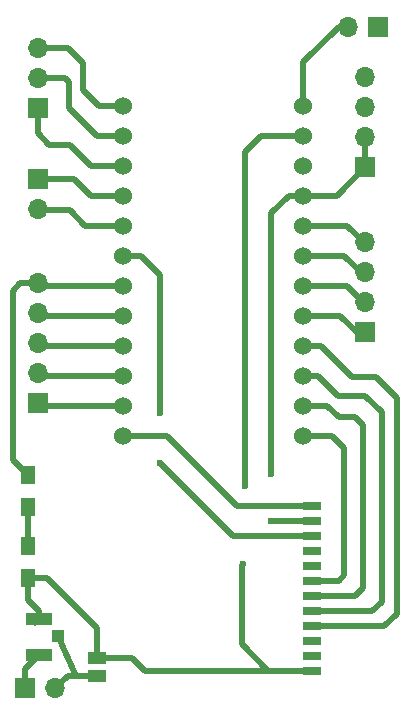
<source format=gbr>
G04 #@! TF.GenerationSoftware,KiCad,Pcbnew,(5.1.2-1)-1*
G04 #@! TF.CreationDate,2020-05-14T07:39:01+12:00*
G04 #@! TF.ProjectId,RatTrapSensorPCB,52617454-7261-4705-9365-6e736f725043,1.0*
G04 #@! TF.SameCoordinates,Original*
G04 #@! TF.FileFunction,Copper,L1,Top*
G04 #@! TF.FilePolarity,Positive*
%FSLAX46Y46*%
G04 Gerber Fmt 4.6, Leading zero omitted, Abs format (unit mm)*
G04 Created by KiCad (PCBNEW (5.1.2-1)-1) date 2020-05-14 07:39:01*
%MOMM*%
%LPD*%
G04 APERTURE LIST*
%ADD10R,1.300000X1.500000*%
%ADD11R,1.700000X1.700000*%
%ADD12O,1.700000X1.700000*%
%ADD13R,1.524000X1.000000*%
%ADD14R,1.524000X0.800000*%
%ADD15R,2.200000X1.000000*%
%ADD16R,1.050000X1.000000*%
%ADD17C,1.524000*%
%ADD18C,0.600000*%
%ADD19C,0.500000*%
G04 APERTURE END LIST*
D10*
X143000000Y-142650000D03*
X143000000Y-145350000D03*
D11*
X143825000Y-111550000D03*
D12*
X143825000Y-109010000D03*
X143825000Y-106470000D03*
D11*
X143825000Y-136550000D03*
D12*
X143825000Y-134010000D03*
X143825000Y-131470000D03*
X143825000Y-128930000D03*
X143825000Y-126390000D03*
D11*
X171550000Y-130550000D03*
D12*
X171550000Y-128010000D03*
X171550000Y-125470000D03*
X171550000Y-122930000D03*
D11*
X171550000Y-116550000D03*
D12*
X171550000Y-114010000D03*
X171550000Y-111470000D03*
X171550000Y-108930000D03*
D11*
X172625000Y-104675000D03*
D12*
X170085000Y-104675000D03*
D10*
X143000000Y-148650000D03*
X143000000Y-151350000D03*
D11*
X143825000Y-117550000D03*
D12*
X143825000Y-120090000D03*
D13*
X148800000Y-158100000D03*
D14*
X167000000Y-145230000D03*
X167000000Y-146500000D03*
X167000000Y-147770000D03*
X167000000Y-149040000D03*
X167000000Y-150310000D03*
X167000000Y-151580000D03*
X167000000Y-152850000D03*
X167000000Y-154120000D03*
X167000000Y-155390000D03*
X167000000Y-156660000D03*
X167000000Y-157930000D03*
X167000000Y-159200000D03*
D13*
X148800000Y-159600000D03*
D15*
X143950000Y-157875000D03*
X143950000Y-154775000D03*
D16*
X145550000Y-156275000D03*
D17*
X151041100Y-111353600D03*
X151041100Y-113893600D03*
X151041100Y-116433600D03*
X151041100Y-118973600D03*
X151041100Y-121513600D03*
X151041100Y-124053600D03*
X151041100Y-126593600D03*
X151041100Y-129133600D03*
X151041100Y-131673600D03*
X151041100Y-134213600D03*
X151041100Y-136753600D03*
X151041100Y-139293600D03*
X166281100Y-111353600D03*
X166281100Y-113893600D03*
X166281100Y-116433600D03*
X166281100Y-118973600D03*
X166281100Y-121513600D03*
X166281100Y-124053600D03*
X166281100Y-126593600D03*
X166281100Y-129133600D03*
X166281100Y-131673600D03*
X166281100Y-134213600D03*
X166281100Y-136753600D03*
X166281100Y-139293600D03*
D11*
X142775000Y-160650000D03*
D12*
X145315000Y-160650000D03*
D18*
X163575000Y-146500000D03*
X163575000Y-142525000D03*
X161200000Y-150125000D03*
X161350000Y-143575000D03*
X154150000Y-141575000D03*
X154150000Y-137350000D03*
D19*
X143825000Y-126390000D02*
X142335000Y-126390000D01*
X141700000Y-141350000D02*
X143000000Y-142650000D01*
X141700000Y-127025000D02*
X141700000Y-141350000D01*
X142335000Y-126390000D02*
X141700000Y-127025000D01*
X151041100Y-126593600D02*
X144028600Y-126593600D01*
X144028600Y-126593600D02*
X143825000Y-126390000D01*
X144078600Y-126643600D02*
X143825000Y-126390000D01*
X143000000Y-145350000D02*
X143000000Y-148650000D01*
X151041100Y-116433600D02*
X148308600Y-116433600D01*
X143825000Y-113700000D02*
X143825000Y-111550000D01*
X144775000Y-114650000D02*
X143825000Y-113700000D01*
X146525000Y-114650000D02*
X144775000Y-114650000D01*
X148308600Y-116433600D02*
X146525000Y-114650000D01*
X151041100Y-113893600D02*
X148868600Y-113893600D01*
X146135000Y-109010000D02*
X143825000Y-109010000D01*
X146500000Y-109375000D02*
X146135000Y-109010000D01*
X146500000Y-111525000D02*
X146500000Y-109375000D01*
X148868600Y-113893600D02*
X146500000Y-111525000D01*
X151041100Y-111353600D02*
X149028600Y-111353600D01*
X146395000Y-106470000D02*
X143825000Y-106470000D01*
X147675000Y-107750000D02*
X146395000Y-106470000D01*
X147675000Y-110000000D02*
X147675000Y-107750000D01*
X149028600Y-111353600D02*
X147675000Y-110000000D01*
X151041100Y-111353600D02*
X150853600Y-111353600D01*
X151041100Y-136753600D02*
X144028600Y-136753600D01*
X144028600Y-136753600D02*
X143825000Y-136550000D01*
X144078600Y-136803600D02*
X143825000Y-136550000D01*
X151041100Y-134213600D02*
X144028600Y-134213600D01*
X144028600Y-134213600D02*
X143825000Y-134010000D01*
X144078600Y-134263600D02*
X143825000Y-134010000D01*
X151041100Y-131673600D02*
X144028600Y-131673600D01*
X144028600Y-131673600D02*
X143825000Y-131470000D01*
X144078600Y-131723600D02*
X143825000Y-131470000D01*
X151041100Y-129133600D02*
X144028600Y-129133600D01*
X144028600Y-129133600D02*
X143825000Y-128930000D01*
X144078600Y-129183600D02*
X143825000Y-128930000D01*
X166281100Y-129133600D02*
X169408600Y-129133600D01*
X169408600Y-129133600D02*
X170825000Y-130550000D01*
X170825000Y-130550000D02*
X171550000Y-130550000D01*
X166281100Y-126593600D02*
X169981400Y-126593600D01*
X169981400Y-126593600D02*
X171397800Y-128010000D01*
X171397800Y-128010000D02*
X171550000Y-128010000D01*
X171090000Y-127550000D02*
X171550000Y-128010000D01*
X166281100Y-124053600D02*
X169771400Y-124053600D01*
X169771400Y-124053600D02*
X171187800Y-125470000D01*
X171187800Y-125470000D02*
X171550000Y-125470000D01*
X171130000Y-125050000D02*
X171550000Y-125470000D01*
X166281100Y-121513600D02*
X169988600Y-121513600D01*
X169988600Y-121513600D02*
X171405000Y-122930000D01*
X171405000Y-122930000D02*
X171550000Y-122930000D01*
X171170000Y-122550000D02*
X171550000Y-122930000D01*
X166281100Y-118973600D02*
X165076400Y-118973600D01*
X163575000Y-146500000D02*
X167000000Y-146500000D01*
X163575000Y-120475000D02*
X163575000Y-142525000D01*
X165076400Y-118973600D02*
X163575000Y-120475000D01*
X166281100Y-118973600D02*
X169126400Y-118973600D01*
X169126400Y-118973600D02*
X171550000Y-116550000D01*
X171550000Y-116550000D02*
X171550000Y-114010000D01*
X171497200Y-116550000D02*
X171550000Y-116550000D01*
X142775000Y-160650000D02*
X142775000Y-159050000D01*
X142775000Y-159050000D02*
X143950000Y-157875000D01*
X143950000Y-154775000D02*
X143950000Y-154175000D01*
X143000000Y-153225000D02*
X143000000Y-151350000D01*
X143950000Y-154175000D02*
X143000000Y-153225000D01*
X148650000Y-157950000D02*
X148800000Y-158100000D01*
X148800000Y-158100000D02*
X148800000Y-155550000D01*
X144600000Y-151350000D02*
X143000000Y-151350000D01*
X148800000Y-155550000D02*
X144600000Y-151350000D01*
X167000000Y-159200000D02*
X152925000Y-159200000D01*
X151825000Y-158100000D02*
X148800000Y-158100000D01*
X152925000Y-159200000D02*
X151825000Y-158100000D01*
X166281100Y-113893600D02*
X162756400Y-113893600D01*
X163350000Y-159200000D02*
X167000000Y-159200000D01*
X161075000Y-156925000D02*
X163350000Y-159200000D01*
X161075000Y-150250000D02*
X161075000Y-156925000D01*
X161200000Y-150125000D02*
X161075000Y-150250000D01*
X161400000Y-143525000D02*
X161350000Y-143575000D01*
X161400000Y-115250000D02*
X161400000Y-143525000D01*
X162756400Y-113893600D02*
X161400000Y-115250000D01*
X151041100Y-118973600D02*
X148323600Y-118973600D01*
X146900000Y-117550000D02*
X143825000Y-117550000D01*
X148323600Y-118973600D02*
X146900000Y-117550000D01*
X143550000Y-155175000D02*
X143950000Y-154775000D01*
X147050000Y-159600000D02*
X146365000Y-159600000D01*
X146365000Y-159600000D02*
X145315000Y-160650000D01*
X148800000Y-159600000D02*
X147050000Y-159600000D01*
X147050000Y-159600000D02*
X145550000Y-156275000D01*
X170085000Y-104675000D02*
X169300000Y-104675000D01*
X169300000Y-104675000D02*
X166281100Y-107693900D01*
X166281100Y-107693900D02*
X166281100Y-111353600D01*
X151041100Y-121513600D02*
X147813600Y-121513600D01*
X146525000Y-120225000D02*
X143960000Y-120225000D01*
X147813600Y-121513600D02*
X146525000Y-120225000D01*
X143960000Y-120225000D02*
X143825000Y-120090000D01*
X151041100Y-139293600D02*
X154793600Y-139293600D01*
X160730000Y-145230000D02*
X167000000Y-145230000D01*
X154793600Y-139293600D02*
X160730000Y-145230000D01*
X151041100Y-124053600D02*
X152528600Y-124053600D01*
X160325000Y-147750000D02*
X166980000Y-147750000D01*
X154150000Y-141575000D02*
X160325000Y-147750000D01*
X154150000Y-125675000D02*
X154150000Y-137350000D01*
X152528600Y-124053600D02*
X154150000Y-125675000D01*
X166980000Y-147750000D02*
X167000000Y-147770000D01*
X166281100Y-139293600D02*
X168743600Y-139293600D01*
X169320000Y-151580000D02*
X167000000Y-151580000D01*
X169775000Y-151125000D02*
X169320000Y-151580000D01*
X169775000Y-140325000D02*
X169775000Y-151125000D01*
X168743600Y-139293600D02*
X169775000Y-140325000D01*
X166281100Y-136753600D02*
X168328600Y-136753600D01*
X170700000Y-152850000D02*
X167000000Y-152850000D01*
X171375000Y-152175000D02*
X170700000Y-152850000D01*
X171375000Y-138425000D02*
X171375000Y-152175000D01*
X170700000Y-137750000D02*
X171375000Y-138425000D01*
X169325000Y-137750000D02*
X170700000Y-137750000D01*
X168328600Y-136753600D02*
X169325000Y-137750000D01*
X166281100Y-134213600D02*
X167538600Y-134213600D01*
X172144998Y-154120000D02*
X167000000Y-154120000D01*
X172925000Y-153339998D02*
X172144998Y-154120000D01*
X172925000Y-137325000D02*
X172925000Y-153339998D01*
X171550000Y-135950000D02*
X172925000Y-137325000D01*
X169275000Y-135950000D02*
X171550000Y-135950000D01*
X167538600Y-134213600D02*
X169275000Y-135950000D01*
X166281100Y-131673600D02*
X167798600Y-131673600D01*
X173160000Y-155390000D02*
X167000000Y-155390000D01*
X174200000Y-154350000D02*
X173160000Y-155390000D01*
X174200000Y-136075000D02*
X174200000Y-154350000D01*
X172425000Y-134300000D02*
X174200000Y-136075000D01*
X170425000Y-134300000D02*
X172425000Y-134300000D01*
X167798600Y-131673600D02*
X170425000Y-134300000D01*
M02*

</source>
